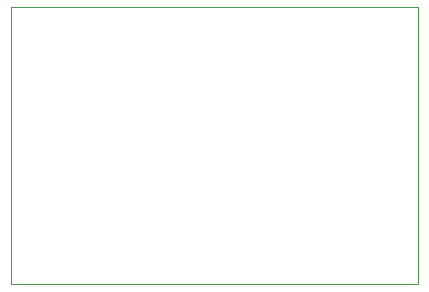
<source format=gko>
%FSLAX44Y44*%
%MOMM*%
G71*
G01*
G75*
G04 Layer_Color=16711935*
G04:AMPARAMS|DCode=10|XSize=1mm|YSize=1.2mm|CornerRadius=0.165mm|HoleSize=0mm|Usage=FLASHONLY|Rotation=180.000|XOffset=0mm|YOffset=0mm|HoleType=Round|Shape=RoundedRectangle|*
%AMROUNDEDRECTD10*
21,1,1.0000,0.8700,0,0,180.0*
21,1,0.6700,1.2000,0,0,180.0*
1,1,0.3300,-0.3350,0.4350*
1,1,0.3300,0.3350,0.4350*
1,1,0.3300,0.3350,-0.4350*
1,1,0.3300,-0.3350,-0.4350*
%
%ADD10ROUNDEDRECTD10*%
G04:AMPARAMS|DCode=11|XSize=1.5mm|YSize=3mm|CornerRadius=0.375mm|HoleSize=0mm|Usage=FLASHONLY|Rotation=180.000|XOffset=0mm|YOffset=0mm|HoleType=Round|Shape=RoundedRectangle|*
%AMROUNDEDRECTD11*
21,1,1.5000,2.2500,0,0,180.0*
21,1,0.7500,3.0000,0,0,180.0*
1,1,0.7500,-0.3750,1.1250*
1,1,0.7500,0.3750,1.1250*
1,1,0.7500,0.3750,-1.1250*
1,1,0.7500,-0.3750,-1.1250*
%
%ADD11ROUNDEDRECTD11*%
%ADD12R,0.4000X1.4000*%
G04:AMPARAMS|DCode=13|XSize=1.8mm|YSize=1.9mm|CornerRadius=0.45mm|HoleSize=0mm|Usage=FLASHONLY|Rotation=0.000|XOffset=0mm|YOffset=0mm|HoleType=Round|Shape=RoundedRectangle|*
%AMROUNDEDRECTD13*
21,1,1.8000,1.0000,0,0,0.0*
21,1,0.9000,1.9000,0,0,0.0*
1,1,0.9000,0.4500,-0.5000*
1,1,0.9000,-0.4500,-0.5000*
1,1,0.9000,-0.4500,0.5000*
1,1,0.9000,0.4500,0.5000*
%
%ADD13ROUNDEDRECTD13*%
G04:AMPARAMS|DCode=14|XSize=1.1mm|YSize=0.6mm|CornerRadius=0.201mm|HoleSize=0mm|Usage=FLASHONLY|Rotation=270.000|XOffset=0mm|YOffset=0mm|HoleType=Round|Shape=RoundedRectangle|*
%AMROUNDEDRECTD14*
21,1,1.1000,0.1980,0,0,270.0*
21,1,0.6980,0.6000,0,0,270.0*
1,1,0.4020,-0.0990,-0.3490*
1,1,0.4020,-0.0990,0.3490*
1,1,0.4020,0.0990,0.3490*
1,1,0.4020,0.0990,-0.3490*
%
%ADD14ROUNDEDRECTD14*%
G04:AMPARAMS|DCode=15|XSize=1.1mm|YSize=0.6mm|CornerRadius=0.201mm|HoleSize=0mm|Usage=FLASHONLY|Rotation=180.000|XOffset=0mm|YOffset=0mm|HoleType=Round|Shape=RoundedRectangle|*
%AMROUNDEDRECTD15*
21,1,1.1000,0.1980,0,0,180.0*
21,1,0.6980,0.6000,0,0,180.0*
1,1,0.4020,-0.3490,0.0990*
1,1,0.4020,0.3490,0.0990*
1,1,0.4020,0.3490,-0.0990*
1,1,0.4020,-0.3490,-0.0990*
%
%ADD15ROUNDEDRECTD15*%
%ADD16O,1.8000X0.8000*%
%ADD17O,1.0000X2.5000*%
G04:AMPARAMS|DCode=18|XSize=1.5mm|YSize=3mm|CornerRadius=0.375mm|HoleSize=0mm|Usage=FLASHONLY|Rotation=270.000|XOffset=0mm|YOffset=0mm|HoleType=Round|Shape=RoundedRectangle|*
%AMROUNDEDRECTD18*
21,1,1.5000,2.2500,0,0,270.0*
21,1,0.7500,3.0000,0,0,270.0*
1,1,0.7500,-1.1250,-0.3750*
1,1,0.7500,-1.1250,0.3750*
1,1,0.7500,1.1250,0.3750*
1,1,0.7500,1.1250,-0.3750*
%
%ADD18ROUNDEDRECTD18*%
%ADD19O,2.5000X0.7000*%
%ADD20O,0.7000X2.5000*%
%ADD21C,0.4000*%
%ADD22C,0.2500*%
%ADD23C,0.2000*%
%ADD24C,0.3500*%
%ADD25C,0.7000*%
%ADD26C,1.0000*%
%ADD27C,0.8000*%
%ADD28C,0.7000*%
%ADD29C,2.0000*%
%ADD30R,1.3000X1.3000*%
%ADD31C,1.3000*%
%ADD32C,1.8500*%
G04:AMPARAMS|DCode=33|XSize=1mm|YSize=0.95mm|CornerRadius=0.1995mm|HoleSize=0mm|Usage=FLASHONLY|Rotation=90.000|XOffset=0mm|YOffset=0mm|HoleType=Round|Shape=RoundedRectangle|*
%AMROUNDEDRECTD33*
21,1,1.0000,0.5510,0,0,90.0*
21,1,0.6010,0.9500,0,0,90.0*
1,1,0.3990,0.2755,0.3005*
1,1,0.3990,0.2755,-0.3005*
1,1,0.3990,-0.2755,-0.3005*
1,1,0.3990,-0.2755,0.3005*
%
%ADD33ROUNDEDRECTD33*%
G04:AMPARAMS|DCode=34|XSize=1mm|YSize=0.95mm|CornerRadius=0.1995mm|HoleSize=0mm|Usage=FLASHONLY|Rotation=180.000|XOffset=0mm|YOffset=0mm|HoleType=Round|Shape=RoundedRectangle|*
%AMROUNDEDRECTD34*
21,1,1.0000,0.5510,0,0,180.0*
21,1,0.6010,0.9500,0,0,180.0*
1,1,0.3990,-0.3005,0.2755*
1,1,0.3990,0.3005,0.2755*
1,1,0.3990,0.3005,-0.2755*
1,1,0.3990,-0.3005,-0.2755*
%
%ADD34ROUNDEDRECTD34*%
G04:AMPARAMS|DCode=35|XSize=1mm|YSize=0.9mm|CornerRadius=0.198mm|HoleSize=0mm|Usage=FLASHONLY|Rotation=0.000|XOffset=0mm|YOffset=0mm|HoleType=Round|Shape=RoundedRectangle|*
%AMROUNDEDRECTD35*
21,1,1.0000,0.5040,0,0,0.0*
21,1,0.6040,0.9000,0,0,0.0*
1,1,0.3960,0.3020,-0.2520*
1,1,0.3960,-0.3020,-0.2520*
1,1,0.3960,-0.3020,0.2520*
1,1,0.3960,0.3020,0.2520*
%
%ADD35ROUNDEDRECTD35*%
%ADD36R,4.0000X4.0000*%
%ADD37O,0.4000X1.1000*%
%ADD38O,1.1000X0.4000*%
G04:AMPARAMS|DCode=39|XSize=0.375mm|YSize=1.5mm|CornerRadius=0.0825mm|HoleSize=0mm|Usage=FLASHONLY|Rotation=0.000|XOffset=0mm|YOffset=0mm|HoleType=Round|Shape=RoundedRectangle|*
%AMROUNDEDRECTD39*
21,1,0.3750,1.3350,0,0,0.0*
21,1,0.2100,1.5000,0,0,0.0*
1,1,0.1650,0.1050,-0.6675*
1,1,0.1650,-0.1050,-0.6675*
1,1,0.1650,-0.1050,0.6675*
1,1,0.1650,0.1050,0.6675*
%
%ADD39ROUNDEDRECTD39*%
G04:AMPARAMS|DCode=40|XSize=0.375mm|YSize=1.25mm|CornerRadius=0.0825mm|HoleSize=0mm|Usage=FLASHONLY|Rotation=0.000|XOffset=0mm|YOffset=0mm|HoleType=Round|Shape=RoundedRectangle|*
%AMROUNDEDRECTD40*
21,1,0.3750,1.0850,0,0,0.0*
21,1,0.2100,1.2500,0,0,0.0*
1,1,0.1650,0.1050,-0.5425*
1,1,0.1650,-0.1050,-0.5425*
1,1,0.1650,-0.1050,0.5425*
1,1,0.1650,0.1050,0.5425*
%
%ADD40ROUNDEDRECTD40*%
G04:AMPARAMS|DCode=41|XSize=0.375mm|YSize=1.6mm|CornerRadius=0.0825mm|HoleSize=0mm|Usage=FLASHONLY|Rotation=0.000|XOffset=0mm|YOffset=0mm|HoleType=Round|Shape=RoundedRectangle|*
%AMROUNDEDRECTD41*
21,1,0.3750,1.4350,0,0,0.0*
21,1,0.2100,1.6000,0,0,0.0*
1,1,0.1650,0.1050,-0.7175*
1,1,0.1650,-0.1050,-0.7175*
1,1,0.1650,-0.1050,0.7175*
1,1,0.1650,0.1050,0.7175*
%
%ADD41ROUNDEDRECTD41*%
G04:AMPARAMS|DCode=42|XSize=1.1mm|YSize=0.9mm|CornerRadius=0.3015mm|HoleSize=0mm|Usage=FLASHONLY|Rotation=270.000|XOffset=0mm|YOffset=0mm|HoleType=Round|Shape=RoundedRectangle|*
%AMROUNDEDRECTD42*
21,1,1.1000,0.2970,0,0,270.0*
21,1,0.4970,0.9000,0,0,270.0*
1,1,0.6030,-0.1485,-0.2485*
1,1,0.6030,-0.1485,0.2485*
1,1,0.6030,0.1485,0.2485*
1,1,0.6030,0.1485,-0.2485*
%
%ADD42ROUNDEDRECTD42*%
G04:AMPARAMS|DCode=43|XSize=1mm|YSize=0.4mm|CornerRadius=0.1mm|HoleSize=0mm|Usage=FLASHONLY|Rotation=270.000|XOffset=0mm|YOffset=0mm|HoleType=Round|Shape=RoundedRectangle|*
%AMROUNDEDRECTD43*
21,1,1.0000,0.2000,0,0,270.0*
21,1,0.8000,0.4000,0,0,270.0*
1,1,0.2000,-0.1000,-0.4000*
1,1,0.2000,-0.1000,0.4000*
1,1,0.2000,0.1000,0.4000*
1,1,0.2000,0.1000,-0.4000*
%
%ADD43ROUNDEDRECTD43*%
G04:AMPARAMS|DCode=44|XSize=0.75mm|YSize=1.1mm|CornerRadius=0.165mm|HoleSize=0mm|Usage=FLASHONLY|Rotation=0.000|XOffset=0mm|YOffset=0mm|HoleType=Round|Shape=RoundedRectangle|*
%AMROUNDEDRECTD44*
21,1,0.7500,0.7700,0,0,0.0*
21,1,0.4200,1.1000,0,0,0.0*
1,1,0.3300,0.2100,-0.3850*
1,1,0.3300,-0.2100,-0.3850*
1,1,0.3300,-0.2100,0.3850*
1,1,0.3300,0.2100,0.3850*
%
%ADD44ROUNDEDRECTD44*%
G04:AMPARAMS|DCode=45|XSize=1mm|YSize=1.1mm|CornerRadius=0.165mm|HoleSize=0mm|Usage=FLASHONLY|Rotation=0.000|XOffset=0mm|YOffset=0mm|HoleType=Round|Shape=RoundedRectangle|*
%AMROUNDEDRECTD45*
21,1,1.0000,0.7700,0,0,0.0*
21,1,0.6700,1.1000,0,0,0.0*
1,1,0.3300,0.3350,-0.3850*
1,1,0.3300,-0.3350,-0.3850*
1,1,0.3300,-0.3350,0.3850*
1,1,0.3300,0.3350,0.3850*
%
%ADD45ROUNDEDRECTD45*%
G04:AMPARAMS|DCode=46|XSize=1.1mm|YSize=0.75mm|CornerRadius=0.2512mm|HoleSize=0mm|Usage=FLASHONLY|Rotation=270.000|XOffset=0mm|YOffset=0mm|HoleType=Round|Shape=RoundedRectangle|*
%AMROUNDEDRECTD46*
21,1,1.1000,0.2475,0,0,270.0*
21,1,0.5975,0.7500,0,0,270.0*
1,1,0.5025,-0.1238,-0.2988*
1,1,0.5025,-0.1238,0.2988*
1,1,0.5025,0.1238,0.2988*
1,1,0.5025,0.1238,-0.2988*
%
%ADD46ROUNDEDRECTD46*%
%ADD47C,0.9000*%
%ADD48C,0.5000*%
%ADD49C,0.2540*%
%ADD50C,0.1000*%
G04:AMPARAMS|DCode=51|XSize=1.15mm|YSize=1.35mm|CornerRadius=0.24mm|HoleSize=0mm|Usage=FLASHONLY|Rotation=180.000|XOffset=0mm|YOffset=0mm|HoleType=Round|Shape=RoundedRectangle|*
%AMROUNDEDRECTD51*
21,1,1.1500,0.8700,0,0,180.0*
21,1,0.6700,1.3500,0,0,180.0*
1,1,0.4800,-0.3350,0.4350*
1,1,0.4800,0.3350,0.4350*
1,1,0.4800,0.3350,-0.4350*
1,1,0.4800,-0.3350,-0.4350*
%
%ADD51ROUNDEDRECTD51*%
G04:AMPARAMS|DCode=52|XSize=1.7032mm|YSize=3.2032mm|CornerRadius=0.4766mm|HoleSize=0mm|Usage=FLASHONLY|Rotation=180.000|XOffset=0mm|YOffset=0mm|HoleType=Round|Shape=RoundedRectangle|*
%AMROUNDEDRECTD52*
21,1,1.7032,2.2500,0,0,180.0*
21,1,0.7500,3.2032,0,0,180.0*
1,1,0.9532,-0.3750,1.1250*
1,1,0.9532,0.3750,1.1250*
1,1,0.9532,0.3750,-1.1250*
1,1,0.9532,-0.3750,-1.1250*
%
%ADD52ROUNDEDRECTD52*%
%ADD53R,0.6032X1.6032*%
G04:AMPARAMS|DCode=54|XSize=2.0032mm|YSize=2.1032mm|CornerRadius=0.5516mm|HoleSize=0mm|Usage=FLASHONLY|Rotation=0.000|XOffset=0mm|YOffset=0mm|HoleType=Round|Shape=RoundedRectangle|*
%AMROUNDEDRECTD54*
21,1,2.0032,1.0000,0,0,0.0*
21,1,0.9000,2.1032,0,0,0.0*
1,1,1.1032,0.4500,-0.5000*
1,1,1.1032,-0.4500,-0.5000*
1,1,1.1032,-0.4500,0.5000*
1,1,1.1032,0.4500,0.5000*
%
%ADD54ROUNDEDRECTD54*%
G04:AMPARAMS|DCode=55|XSize=1.25mm|YSize=0.75mm|CornerRadius=0.276mm|HoleSize=0mm|Usage=FLASHONLY|Rotation=270.000|XOffset=0mm|YOffset=0mm|HoleType=Round|Shape=RoundedRectangle|*
%AMROUNDEDRECTD55*
21,1,1.2500,0.1980,0,0,270.0*
21,1,0.6980,0.7500,0,0,270.0*
1,1,0.5520,-0.0990,-0.3490*
1,1,0.5520,-0.0990,0.3490*
1,1,0.5520,0.0990,0.3490*
1,1,0.5520,0.0990,-0.3490*
%
%ADD55ROUNDEDRECTD55*%
G04:AMPARAMS|DCode=56|XSize=1.25mm|YSize=0.75mm|CornerRadius=0.276mm|HoleSize=0mm|Usage=FLASHONLY|Rotation=180.000|XOffset=0mm|YOffset=0mm|HoleType=Round|Shape=RoundedRectangle|*
%AMROUNDEDRECTD56*
21,1,1.2500,0.1980,0,0,180.0*
21,1,0.6980,0.7500,0,0,180.0*
1,1,0.5520,-0.3490,0.0990*
1,1,0.5520,0.3490,0.0990*
1,1,0.5520,0.3490,-0.0990*
1,1,0.5520,-0.3490,-0.0990*
%
%ADD56ROUNDEDRECTD56*%
%ADD57O,1.9500X0.9500*%
%ADD58O,1.1500X2.6500*%
G04:AMPARAMS|DCode=59|XSize=1.7032mm|YSize=3.2032mm|CornerRadius=0.4766mm|HoleSize=0mm|Usage=FLASHONLY|Rotation=270.000|XOffset=0mm|YOffset=0mm|HoleType=Round|Shape=RoundedRectangle|*
%AMROUNDEDRECTD59*
21,1,1.7032,2.2500,0,0,270.0*
21,1,0.7500,3.2032,0,0,270.0*
1,1,0.9532,-1.1250,-0.3750*
1,1,0.9532,-1.1250,0.3750*
1,1,0.9532,1.1250,0.3750*
1,1,0.9532,1.1250,-0.3750*
%
%ADD59ROUNDEDRECTD59*%
%ADD60O,2.6500X0.8500*%
%ADD61O,0.8500X2.6500*%
%ADD62C,1.0032*%
%ADD63C,0.9032*%
%ADD64C,2.2032*%
%ADD65R,1.5032X1.5032*%
%ADD66C,1.5032*%
G04:AMPARAMS|DCode=67|XSize=1.15mm|YSize=1.1mm|CornerRadius=0.2745mm|HoleSize=0mm|Usage=FLASHONLY|Rotation=90.000|XOffset=0mm|YOffset=0mm|HoleType=Round|Shape=RoundedRectangle|*
%AMROUNDEDRECTD67*
21,1,1.1500,0.5510,0,0,90.0*
21,1,0.6010,1.1000,0,0,90.0*
1,1,0.5490,0.2755,0.3005*
1,1,0.5490,0.2755,-0.3005*
1,1,0.5490,-0.2755,-0.3005*
1,1,0.5490,-0.2755,0.3005*
%
%ADD67ROUNDEDRECTD67*%
G04:AMPARAMS|DCode=68|XSize=1.15mm|YSize=1.1mm|CornerRadius=0.2745mm|HoleSize=0mm|Usage=FLASHONLY|Rotation=180.000|XOffset=0mm|YOffset=0mm|HoleType=Round|Shape=RoundedRectangle|*
%AMROUNDEDRECTD68*
21,1,1.1500,0.5510,0,0,180.0*
21,1,0.6010,1.1000,0,0,180.0*
1,1,0.5490,-0.3005,0.2755*
1,1,0.5490,0.3005,0.2755*
1,1,0.5490,0.3005,-0.2755*
1,1,0.5490,-0.3005,-0.2755*
%
%ADD68ROUNDEDRECTD68*%
G04:AMPARAMS|DCode=69|XSize=1.15mm|YSize=1.05mm|CornerRadius=0.273mm|HoleSize=0mm|Usage=FLASHONLY|Rotation=0.000|XOffset=0mm|YOffset=0mm|HoleType=Round|Shape=RoundedRectangle|*
%AMROUNDEDRECTD69*
21,1,1.1500,0.5040,0,0,0.0*
21,1,0.6040,1.0500,0,0,0.0*
1,1,0.5460,0.3020,-0.2520*
1,1,0.5460,-0.3020,-0.2520*
1,1,0.5460,-0.3020,0.2520*
1,1,0.5460,0.3020,0.2520*
%
%ADD69ROUNDEDRECTD69*%
%ADD70R,4.1000X4.1000*%
%ADD71O,0.5000X1.2000*%
%ADD72O,1.2000X0.5000*%
G04:AMPARAMS|DCode=73|XSize=0.475mm|YSize=1.6mm|CornerRadius=0.1325mm|HoleSize=0mm|Usage=FLASHONLY|Rotation=0.000|XOffset=0mm|YOffset=0mm|HoleType=Round|Shape=RoundedRectangle|*
%AMROUNDEDRECTD73*
21,1,0.4750,1.3350,0,0,0.0*
21,1,0.2100,1.6000,0,0,0.0*
1,1,0.2650,0.1050,-0.6675*
1,1,0.2650,-0.1050,-0.6675*
1,1,0.2650,-0.1050,0.6675*
1,1,0.2650,0.1050,0.6675*
%
%ADD73ROUNDEDRECTD73*%
G04:AMPARAMS|DCode=74|XSize=0.475mm|YSize=1.35mm|CornerRadius=0.1325mm|HoleSize=0mm|Usage=FLASHONLY|Rotation=0.000|XOffset=0mm|YOffset=0mm|HoleType=Round|Shape=RoundedRectangle|*
%AMROUNDEDRECTD74*
21,1,0.4750,1.0850,0,0,0.0*
21,1,0.2100,1.3500,0,0,0.0*
1,1,0.2650,0.1050,-0.5425*
1,1,0.2650,-0.1050,-0.5425*
1,1,0.2650,-0.1050,0.5425*
1,1,0.2650,0.1050,0.5425*
%
%ADD74ROUNDEDRECTD74*%
G04:AMPARAMS|DCode=75|XSize=0.475mm|YSize=1.7mm|CornerRadius=0.1325mm|HoleSize=0mm|Usage=FLASHONLY|Rotation=0.000|XOffset=0mm|YOffset=0mm|HoleType=Round|Shape=RoundedRectangle|*
%AMROUNDEDRECTD75*
21,1,0.4750,1.4350,0,0,0.0*
21,1,0.2100,1.7000,0,0,0.0*
1,1,0.2650,0.1050,-0.7175*
1,1,0.2650,-0.1050,-0.7175*
1,1,0.2650,-0.1050,0.7175*
1,1,0.2650,0.1050,0.7175*
%
%ADD75ROUNDEDRECTD75*%
G04:AMPARAMS|DCode=76|XSize=1.2mm|YSize=1mm|CornerRadius=0.3515mm|HoleSize=0mm|Usage=FLASHONLY|Rotation=270.000|XOffset=0mm|YOffset=0mm|HoleType=Round|Shape=RoundedRectangle|*
%AMROUNDEDRECTD76*
21,1,1.2000,0.2970,0,0,270.0*
21,1,0.4970,1.0000,0,0,270.0*
1,1,0.7030,-0.1485,-0.2485*
1,1,0.7030,-0.1485,0.2485*
1,1,0.7030,0.1485,0.2485*
1,1,0.7030,0.1485,-0.2485*
%
%ADD76ROUNDEDRECTD76*%
G04:AMPARAMS|DCode=77|XSize=1.1mm|YSize=0.5mm|CornerRadius=0.15mm|HoleSize=0mm|Usage=FLASHONLY|Rotation=270.000|XOffset=0mm|YOffset=0mm|HoleType=Round|Shape=RoundedRectangle|*
%AMROUNDEDRECTD77*
21,1,1.1000,0.2000,0,0,270.0*
21,1,0.8000,0.5000,0,0,270.0*
1,1,0.3000,-0.1000,-0.4000*
1,1,0.3000,-0.1000,0.4000*
1,1,0.3000,0.1000,0.4000*
1,1,0.3000,0.1000,-0.4000*
%
%ADD77ROUNDEDRECTD77*%
G04:AMPARAMS|DCode=78|XSize=0.85mm|YSize=1.2mm|CornerRadius=0.215mm|HoleSize=0mm|Usage=FLASHONLY|Rotation=0.000|XOffset=0mm|YOffset=0mm|HoleType=Round|Shape=RoundedRectangle|*
%AMROUNDEDRECTD78*
21,1,0.8500,0.7700,0,0,0.0*
21,1,0.4200,1.2000,0,0,0.0*
1,1,0.4300,0.2100,-0.3850*
1,1,0.4300,-0.2100,-0.3850*
1,1,0.4300,-0.2100,0.3850*
1,1,0.4300,0.2100,0.3850*
%
%ADD78ROUNDEDRECTD78*%
G04:AMPARAMS|DCode=79|XSize=1.1mm|YSize=1.2mm|CornerRadius=0.215mm|HoleSize=0mm|Usage=FLASHONLY|Rotation=0.000|XOffset=0mm|YOffset=0mm|HoleType=Round|Shape=RoundedRectangle|*
%AMROUNDEDRECTD79*
21,1,1.1000,0.7700,0,0,0.0*
21,1,0.6700,1.2000,0,0,0.0*
1,1,0.4300,0.3350,-0.3850*
1,1,0.4300,-0.3350,-0.3850*
1,1,0.4300,-0.3350,0.3850*
1,1,0.4300,0.3350,0.3850*
%
%ADD79ROUNDEDRECTD79*%
G04:AMPARAMS|DCode=80|XSize=1.2mm|YSize=0.85mm|CornerRadius=0.3013mm|HoleSize=0mm|Usage=FLASHONLY|Rotation=270.000|XOffset=0mm|YOffset=0mm|HoleType=Round|Shape=RoundedRectangle|*
%AMROUNDEDRECTD80*
21,1,1.2000,0.2475,0,0,270.0*
21,1,0.5975,0.8500,0,0,270.0*
1,1,0.6025,-0.1238,-0.2988*
1,1,0.6025,-0.1238,0.2988*
1,1,0.6025,0.1238,0.2988*
1,1,0.6025,0.1238,-0.2988*
%
%ADD80ROUNDEDRECTD80*%
%ADD81R,2.1000X2.1000*%
D50*
X0Y0D02*
Y235000D01*
X345000D01*
Y0D02*
Y235000D01*
X0Y0D02*
X345000D01*
M02*

</source>
